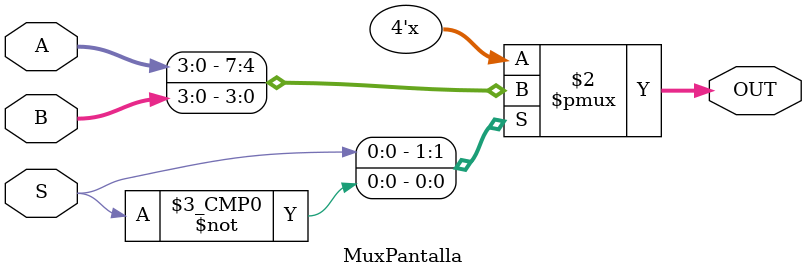
<source format=v>

module MuxPantalla(A,B,S,OUT);

    input [3:0] A,B;
    input S;
    output reg [3:0] OUT;

    always @(A or B or S)
        case (S)
            1'b1: OUT=A;
            1'b0: OUT=B; 
        endcase
endmodule



</source>
